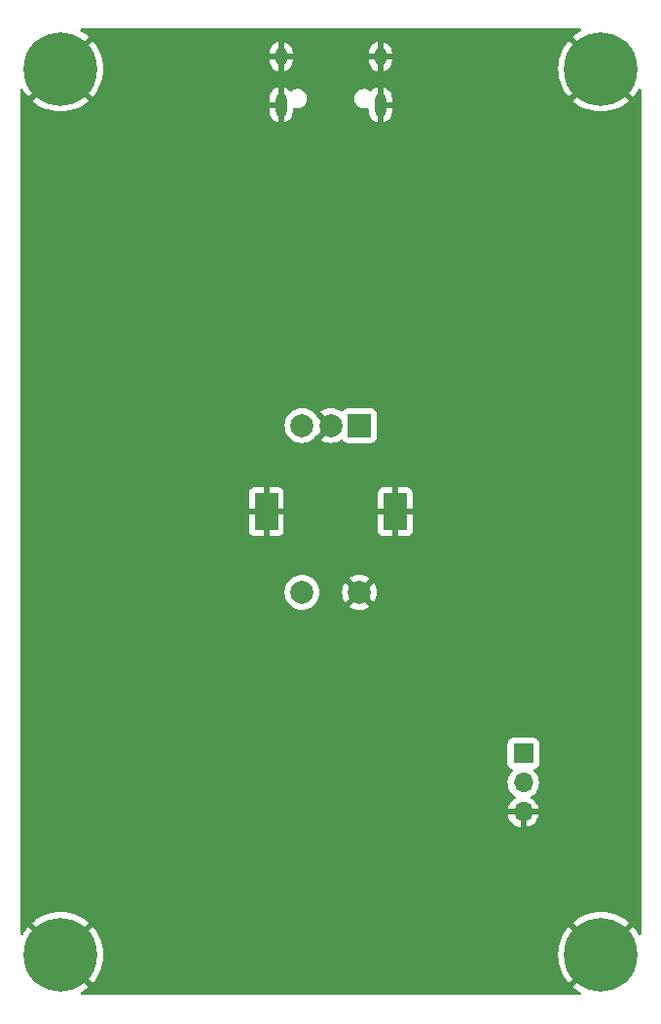
<source format=gbl>
%TF.GenerationSoftware,KiCad,Pcbnew,(6.0.5)*%
%TF.CreationDate,2024-07-06T21:19:43+02:00*%
%TF.ProjectId,USB_Knob,5553425f-4b6e-46f6-922e-6b696361645f,rev?*%
%TF.SameCoordinates,Original*%
%TF.FileFunction,Copper,L2,Bot*%
%TF.FilePolarity,Positive*%
%FSLAX46Y46*%
G04 Gerber Fmt 4.6, Leading zero omitted, Abs format (unit mm)*
G04 Created by KiCad (PCBNEW (6.0.5)) date 2024-07-06 21:19:43*
%MOMM*%
%LPD*%
G01*
G04 APERTURE LIST*
%TA.AperFunction,ComponentPad*%
%ADD10R,1.700000X1.700000*%
%TD*%
%TA.AperFunction,ComponentPad*%
%ADD11O,1.700000X1.700000*%
%TD*%
%TA.AperFunction,ComponentPad*%
%ADD12C,6.400000*%
%TD*%
%TA.AperFunction,ComponentPad*%
%ADD13O,1.000000X2.100000*%
%TD*%
%TA.AperFunction,ComponentPad*%
%ADD14O,1.000000X1.600000*%
%TD*%
%TA.AperFunction,ComponentPad*%
%ADD15R,2.000000X2.000000*%
%TD*%
%TA.AperFunction,ComponentPad*%
%ADD16C,2.000000*%
%TD*%
%TA.AperFunction,ComponentPad*%
%ADD17R,2.000000X3.200000*%
%TD*%
%TA.AperFunction,ViaPad*%
%ADD18C,0.800000*%
%TD*%
G04 APERTURE END LIST*
D10*
%TO.P,J2,1,Pin_1*%
%TO.N,/RXD*%
X166250000Y-124500000D03*
D11*
%TO.P,J2,2,Pin_2*%
%TO.N,/TXD*%
X166250000Y-127040000D03*
%TO.P,J2,3,Pin_3*%
%TO.N,GND*%
X166250000Y-129580000D03*
%TD*%
D12*
%TO.P,H2,1,1*%
%TO.N,GND*%
X173000000Y-65000000D03*
%TD*%
%TO.P,H1,1,1*%
%TO.N,GND*%
X126000000Y-65000000D03*
%TD*%
%TO.P,H4,1,1*%
%TO.N,GND*%
X173000000Y-142000000D03*
%TD*%
D13*
%TO.P,J1,S1,SHIELD*%
%TO.N,GND*%
X153820000Y-68130000D03*
D14*
X153820000Y-63950000D03*
X145180000Y-63950000D03*
D13*
X145180000Y-68130000D03*
%TD*%
D12*
%TO.P,H3,1,1*%
%TO.N,GND*%
X126000000Y-142000000D03*
%TD*%
D15*
%TO.P,SW1,A,A*%
%TO.N,/ENC_A*%
X152000000Y-96000000D03*
D16*
%TO.P,SW1,B,B*%
%TO.N,/ENC_B*%
X147000000Y-96000000D03*
%TO.P,SW1,C,C*%
%TO.N,GND*%
X149500000Y-96000000D03*
D17*
%TO.P,SW1,MP,MP*%
X155100000Y-103500000D03*
X143900000Y-103500000D03*
D16*
%TO.P,SW1,S1,S1*%
%TO.N,/ENC_SW*%
X147000000Y-110500000D03*
%TO.P,SW1,S2,S2*%
%TO.N,GND*%
X152000000Y-110500000D03*
%TD*%
D18*
%TO.N,GND*%
X155750000Y-128250000D03*
X138750000Y-83000000D03*
X163750000Y-139250000D03*
X139750000Y-139250000D03*
X141750000Y-125250000D03*
X164500000Y-97500000D03*
X151750000Y-139250000D03*
X135500000Y-103500000D03*
X159500000Y-75000000D03*
X160250000Y-81500000D03*
X138750000Y-72250000D03*
X138250000Y-128250000D03*
X154500000Y-74250000D03*
X148500000Y-129750000D03*
X149500000Y-120000000D03*
X156000000Y-91250000D03*
X153500000Y-70750000D03*
X134500000Y-126500000D03*
X165250000Y-81750000D03*
X147750000Y-75750000D03*
X150250000Y-84750000D03*
X150750000Y-75750000D03*
%TD*%
%TA.AperFunction,Conductor*%
%TO.N,GND*%
G36*
X171228176Y-61528502D02*
G01*
X171274669Y-61582158D01*
X171284773Y-61652432D01*
X171255279Y-61717012D01*
X171217258Y-61746767D01*
X171146397Y-61782872D01*
X171140687Y-61786169D01*
X170820265Y-61994253D01*
X170814939Y-61998123D01*
X170576165Y-62191478D01*
X170567700Y-62203733D01*
X170574034Y-62214824D01*
X175784310Y-67425100D01*
X175797386Y-67432241D01*
X175807753Y-67424784D01*
X176001877Y-67185061D01*
X176005747Y-67179735D01*
X176213831Y-66859313D01*
X176217128Y-66853603D01*
X176253233Y-66782742D01*
X176301981Y-66731127D01*
X176370896Y-66714061D01*
X176438098Y-66736962D01*
X176482250Y-66792559D01*
X176491500Y-66839945D01*
X176491500Y-140160055D01*
X176471498Y-140228176D01*
X176417842Y-140274669D01*
X176347568Y-140284773D01*
X176282988Y-140255279D01*
X176253233Y-140217258D01*
X176217128Y-140146397D01*
X176213831Y-140140687D01*
X176005747Y-139820265D01*
X176001877Y-139814939D01*
X175808522Y-139576165D01*
X175796267Y-139567700D01*
X175785176Y-139574034D01*
X170574900Y-144784310D01*
X170567759Y-144797386D01*
X170575216Y-144807753D01*
X170814935Y-145001874D01*
X170820272Y-145005751D01*
X171140685Y-145213830D01*
X171146394Y-145217126D01*
X171217257Y-145253233D01*
X171268872Y-145301981D01*
X171285938Y-145370896D01*
X171263037Y-145438098D01*
X171207440Y-145482250D01*
X171160054Y-145491500D01*
X127839946Y-145491500D01*
X127771825Y-145471498D01*
X127725332Y-145417842D01*
X127715228Y-145347568D01*
X127744722Y-145282988D01*
X127782743Y-145253233D01*
X127853606Y-145217126D01*
X127859315Y-145213830D01*
X128179728Y-145005751D01*
X128185065Y-145001874D01*
X128423835Y-144808522D01*
X128432300Y-144796267D01*
X128425966Y-144785176D01*
X125641922Y-142001132D01*
X126364408Y-142001132D01*
X126364539Y-142002965D01*
X126368790Y-142009580D01*
X128784310Y-144425100D01*
X128797386Y-144432241D01*
X128807753Y-144424784D01*
X129001877Y-144185061D01*
X129005747Y-144179735D01*
X129213831Y-143859313D01*
X129217128Y-143853603D01*
X129390578Y-143513189D01*
X129393260Y-143507164D01*
X129530171Y-143150498D01*
X129532212Y-143144216D01*
X129631094Y-142775184D01*
X129632465Y-142768734D01*
X129692234Y-142391371D01*
X129692920Y-142384833D01*
X129712916Y-142003301D01*
X169287084Y-142003301D01*
X169307080Y-142384833D01*
X169307766Y-142391371D01*
X169367535Y-142768734D01*
X169368906Y-142775184D01*
X169467788Y-143144216D01*
X169469829Y-143150498D01*
X169606740Y-143507164D01*
X169609422Y-143513189D01*
X169782872Y-143853603D01*
X169786169Y-143859313D01*
X169994253Y-144179735D01*
X169998123Y-144185061D01*
X170191478Y-144423835D01*
X170203733Y-144432300D01*
X170214824Y-144425966D01*
X172627978Y-142012812D01*
X172635592Y-141998868D01*
X172635461Y-141997035D01*
X172631210Y-141990420D01*
X170215690Y-139574900D01*
X170202614Y-139567759D01*
X170192247Y-139575216D01*
X169998123Y-139814939D01*
X169994253Y-139820265D01*
X169786169Y-140140687D01*
X169782872Y-140146397D01*
X169609422Y-140486811D01*
X169606740Y-140492836D01*
X169469829Y-140849502D01*
X169467788Y-140855784D01*
X169368906Y-141224816D01*
X169367535Y-141231266D01*
X169307766Y-141608629D01*
X169307080Y-141615167D01*
X169287084Y-141996699D01*
X169287084Y-142003301D01*
X129712916Y-142003301D01*
X129712916Y-141996699D01*
X129692920Y-141615167D01*
X129692234Y-141608629D01*
X129632465Y-141231266D01*
X129631094Y-141224816D01*
X129532212Y-140855784D01*
X129530171Y-140849502D01*
X129393260Y-140492836D01*
X129390578Y-140486811D01*
X129217128Y-140146397D01*
X129213831Y-140140687D01*
X129005747Y-139820265D01*
X129001877Y-139814939D01*
X128808522Y-139576165D01*
X128796267Y-139567700D01*
X128785176Y-139574034D01*
X126372022Y-141987188D01*
X126364408Y-142001132D01*
X125641922Y-142001132D01*
X123215690Y-139574900D01*
X123202614Y-139567759D01*
X123192247Y-139575216D01*
X122998123Y-139814939D01*
X122994253Y-139820265D01*
X122786169Y-140140687D01*
X122782872Y-140146397D01*
X122746767Y-140217258D01*
X122698019Y-140268873D01*
X122629104Y-140285939D01*
X122561902Y-140263038D01*
X122517750Y-140207441D01*
X122508500Y-140160055D01*
X122508500Y-139203733D01*
X123567700Y-139203733D01*
X123574034Y-139214824D01*
X125987188Y-141627978D01*
X126001132Y-141635592D01*
X126002965Y-141635461D01*
X126009580Y-141631210D01*
X128425100Y-139215690D01*
X128431630Y-139203733D01*
X170567700Y-139203733D01*
X170574034Y-139214824D01*
X172987188Y-141627978D01*
X173001132Y-141635592D01*
X173002965Y-141635461D01*
X173009580Y-141631210D01*
X175425100Y-139215690D01*
X175432241Y-139202614D01*
X175424784Y-139192247D01*
X175185065Y-138998126D01*
X175179728Y-138994249D01*
X174859315Y-138786170D01*
X174853606Y-138782873D01*
X174513189Y-138609422D01*
X174507164Y-138606740D01*
X174150498Y-138469829D01*
X174144216Y-138467788D01*
X173775184Y-138368906D01*
X173768734Y-138367535D01*
X173391371Y-138307766D01*
X173384833Y-138307080D01*
X173003301Y-138287084D01*
X172996699Y-138287084D01*
X172615167Y-138307080D01*
X172608629Y-138307766D01*
X172231266Y-138367535D01*
X172224816Y-138368906D01*
X171855784Y-138467788D01*
X171849502Y-138469829D01*
X171492836Y-138606740D01*
X171486811Y-138609422D01*
X171146397Y-138782872D01*
X171140687Y-138786169D01*
X170820265Y-138994253D01*
X170814939Y-138998123D01*
X170576165Y-139191478D01*
X170567700Y-139203733D01*
X128431630Y-139203733D01*
X128432241Y-139202614D01*
X128424784Y-139192247D01*
X128185065Y-138998126D01*
X128179728Y-138994249D01*
X127859315Y-138786170D01*
X127853606Y-138782873D01*
X127513189Y-138609422D01*
X127507164Y-138606740D01*
X127150498Y-138469829D01*
X127144216Y-138467788D01*
X126775184Y-138368906D01*
X126768734Y-138367535D01*
X126391371Y-138307766D01*
X126384833Y-138307080D01*
X126003301Y-138287084D01*
X125996699Y-138287084D01*
X125615167Y-138307080D01*
X125608629Y-138307766D01*
X125231266Y-138367535D01*
X125224816Y-138368906D01*
X124855784Y-138467788D01*
X124849502Y-138469829D01*
X124492836Y-138606740D01*
X124486811Y-138609422D01*
X124146397Y-138782872D01*
X124140687Y-138786169D01*
X123820265Y-138994253D01*
X123814939Y-138998123D01*
X123576165Y-139191478D01*
X123567700Y-139203733D01*
X122508500Y-139203733D01*
X122508500Y-129847966D01*
X164918257Y-129847966D01*
X164948565Y-129982446D01*
X164951645Y-129992275D01*
X165031770Y-130189603D01*
X165036413Y-130198794D01*
X165147694Y-130380388D01*
X165153777Y-130388699D01*
X165293213Y-130549667D01*
X165300580Y-130556883D01*
X165464434Y-130692916D01*
X165472881Y-130698831D01*
X165656756Y-130806279D01*
X165666042Y-130810729D01*
X165865001Y-130886703D01*
X165874899Y-130889579D01*
X165978250Y-130910606D01*
X165992299Y-130909410D01*
X165996000Y-130899065D01*
X165996000Y-130898517D01*
X166504000Y-130898517D01*
X166508064Y-130912359D01*
X166521478Y-130914393D01*
X166528184Y-130913534D01*
X166538262Y-130911392D01*
X166742255Y-130850191D01*
X166751842Y-130846433D01*
X166943095Y-130752739D01*
X166951945Y-130747464D01*
X167125328Y-130623792D01*
X167133200Y-130617139D01*
X167284052Y-130466812D01*
X167290730Y-130458965D01*
X167415003Y-130286020D01*
X167420313Y-130277183D01*
X167514670Y-130086267D01*
X167518469Y-130076672D01*
X167580377Y-129872910D01*
X167582555Y-129862837D01*
X167583986Y-129851962D01*
X167581775Y-129837778D01*
X167568617Y-129834000D01*
X166522115Y-129834000D01*
X166506876Y-129838475D01*
X166505671Y-129839865D01*
X166504000Y-129847548D01*
X166504000Y-130898517D01*
X165996000Y-130898517D01*
X165996000Y-129852115D01*
X165991525Y-129836876D01*
X165990135Y-129835671D01*
X165982452Y-129834000D01*
X164933225Y-129834000D01*
X164919694Y-129837973D01*
X164918257Y-129847966D01*
X122508500Y-129847966D01*
X122508500Y-127006695D01*
X164887251Y-127006695D01*
X164887548Y-127011848D01*
X164887548Y-127011851D01*
X164893011Y-127106590D01*
X164900110Y-127229715D01*
X164901247Y-127234761D01*
X164901248Y-127234767D01*
X164921119Y-127322939D01*
X164949222Y-127447639D01*
X165033266Y-127654616D01*
X165149987Y-127845088D01*
X165296250Y-128013938D01*
X165468126Y-128156632D01*
X165541955Y-128199774D01*
X165590679Y-128251412D01*
X165603750Y-128321195D01*
X165577019Y-128386967D01*
X165536562Y-128420327D01*
X165528457Y-128424546D01*
X165519738Y-128430036D01*
X165349433Y-128557905D01*
X165341726Y-128564748D01*
X165194590Y-128718717D01*
X165188104Y-128726727D01*
X165068098Y-128902649D01*
X165063000Y-128911623D01*
X164973338Y-129104783D01*
X164969775Y-129114470D01*
X164914389Y-129314183D01*
X164915912Y-129322607D01*
X164928292Y-129326000D01*
X167568344Y-129326000D01*
X167581875Y-129322027D01*
X167583180Y-129312947D01*
X167541214Y-129145875D01*
X167537894Y-129136124D01*
X167452972Y-128940814D01*
X167448105Y-128931739D01*
X167332426Y-128752926D01*
X167326136Y-128744757D01*
X167182806Y-128587240D01*
X167175273Y-128580215D01*
X167008139Y-128448222D01*
X166999556Y-128442520D01*
X166962602Y-128422120D01*
X166912631Y-128371687D01*
X166897859Y-128302245D01*
X166922975Y-128235839D01*
X166950327Y-128209232D01*
X166973797Y-128192491D01*
X167129860Y-128081173D01*
X167288096Y-127923489D01*
X167347594Y-127840689D01*
X167415435Y-127746277D01*
X167418453Y-127742077D01*
X167517430Y-127541811D01*
X167582370Y-127328069D01*
X167611529Y-127106590D01*
X167613156Y-127040000D01*
X167594852Y-126817361D01*
X167540431Y-126600702D01*
X167451354Y-126395840D01*
X167330014Y-126208277D01*
X167326532Y-126204450D01*
X167182798Y-126046488D01*
X167151746Y-125982642D01*
X167160141Y-125912143D01*
X167205317Y-125857375D01*
X167231761Y-125843706D01*
X167338297Y-125803767D01*
X167346705Y-125800615D01*
X167463261Y-125713261D01*
X167550615Y-125596705D01*
X167601745Y-125460316D01*
X167608500Y-125398134D01*
X167608500Y-123601866D01*
X167601745Y-123539684D01*
X167550615Y-123403295D01*
X167463261Y-123286739D01*
X167346705Y-123199385D01*
X167210316Y-123148255D01*
X167148134Y-123141500D01*
X165351866Y-123141500D01*
X165289684Y-123148255D01*
X165153295Y-123199385D01*
X165036739Y-123286739D01*
X164949385Y-123403295D01*
X164898255Y-123539684D01*
X164891500Y-123601866D01*
X164891500Y-125398134D01*
X164898255Y-125460316D01*
X164949385Y-125596705D01*
X165036739Y-125713261D01*
X165153295Y-125800615D01*
X165161704Y-125803767D01*
X165161705Y-125803768D01*
X165270451Y-125844535D01*
X165327216Y-125887176D01*
X165351916Y-125953738D01*
X165336709Y-126023087D01*
X165317316Y-126049568D01*
X165190629Y-126182138D01*
X165064743Y-126366680D01*
X164970688Y-126569305D01*
X164910989Y-126784570D01*
X164887251Y-127006695D01*
X122508500Y-127006695D01*
X122508500Y-110500000D01*
X145486835Y-110500000D01*
X145505465Y-110736711D01*
X145560895Y-110967594D01*
X145562788Y-110972165D01*
X145562789Y-110972167D01*
X145649772Y-111182163D01*
X145651760Y-111186963D01*
X145654346Y-111191183D01*
X145773241Y-111385202D01*
X145773245Y-111385208D01*
X145775824Y-111389416D01*
X145930031Y-111569969D01*
X146110584Y-111724176D01*
X146114792Y-111726755D01*
X146114798Y-111726759D01*
X146308084Y-111845205D01*
X146313037Y-111848240D01*
X146317607Y-111850133D01*
X146317611Y-111850135D01*
X146527833Y-111937211D01*
X146532406Y-111939105D01*
X146612609Y-111958360D01*
X146758476Y-111993380D01*
X146758482Y-111993381D01*
X146763289Y-111994535D01*
X147000000Y-112013165D01*
X147236711Y-111994535D01*
X147241518Y-111993381D01*
X147241524Y-111993380D01*
X147387391Y-111958360D01*
X147467594Y-111939105D01*
X147472167Y-111937211D01*
X147682389Y-111850135D01*
X147682393Y-111850133D01*
X147686963Y-111848240D01*
X147691916Y-111845205D01*
X147875556Y-111732670D01*
X151132160Y-111732670D01*
X151137887Y-111740320D01*
X151309042Y-111845205D01*
X151317837Y-111849687D01*
X151527988Y-111936734D01*
X151537373Y-111939783D01*
X151758554Y-111992885D01*
X151768301Y-111994428D01*
X151995070Y-112012275D01*
X152004930Y-112012275D01*
X152231699Y-111994428D01*
X152241446Y-111992885D01*
X152462627Y-111939783D01*
X152472012Y-111936734D01*
X152682163Y-111849687D01*
X152690958Y-111845205D01*
X152858445Y-111742568D01*
X152867907Y-111732110D01*
X152864124Y-111723334D01*
X152012812Y-110872022D01*
X151998868Y-110864408D01*
X151997035Y-110864539D01*
X151990420Y-110868790D01*
X151138920Y-111720290D01*
X151132160Y-111732670D01*
X147875556Y-111732670D01*
X147885202Y-111726759D01*
X147885208Y-111726755D01*
X147889416Y-111724176D01*
X148069969Y-111569969D01*
X148224176Y-111389416D01*
X148226755Y-111385208D01*
X148226759Y-111385202D01*
X148345654Y-111191183D01*
X148348240Y-111186963D01*
X148350229Y-111182163D01*
X148437211Y-110972167D01*
X148437212Y-110972165D01*
X148439105Y-110967594D01*
X148494535Y-110736711D01*
X148512777Y-110504930D01*
X150487725Y-110504930D01*
X150505572Y-110731699D01*
X150507115Y-110741446D01*
X150560217Y-110962627D01*
X150563266Y-110972012D01*
X150650313Y-111182163D01*
X150654795Y-111190958D01*
X150757432Y-111358445D01*
X150767890Y-111367907D01*
X150776666Y-111364124D01*
X151627978Y-110512812D01*
X151634356Y-110501132D01*
X152364408Y-110501132D01*
X152364539Y-110502965D01*
X152368790Y-110509580D01*
X153220290Y-111361080D01*
X153232670Y-111367840D01*
X153240320Y-111362113D01*
X153345205Y-111190958D01*
X153349687Y-111182163D01*
X153436734Y-110972012D01*
X153439783Y-110962627D01*
X153492885Y-110741446D01*
X153494428Y-110731699D01*
X153512275Y-110504930D01*
X153512275Y-110495070D01*
X153494428Y-110268301D01*
X153492885Y-110258554D01*
X153439783Y-110037373D01*
X153436734Y-110027988D01*
X153349687Y-109817837D01*
X153345205Y-109809042D01*
X153242568Y-109641555D01*
X153232110Y-109632093D01*
X153223334Y-109635876D01*
X152372022Y-110487188D01*
X152364408Y-110501132D01*
X151634356Y-110501132D01*
X151635592Y-110498868D01*
X151635461Y-110497035D01*
X151631210Y-110490420D01*
X150779710Y-109638920D01*
X150767330Y-109632160D01*
X150759680Y-109637887D01*
X150654795Y-109809042D01*
X150650313Y-109817837D01*
X150563266Y-110027988D01*
X150560217Y-110037373D01*
X150507115Y-110258554D01*
X150505572Y-110268301D01*
X150487725Y-110495070D01*
X150487725Y-110504930D01*
X148512777Y-110504930D01*
X148513165Y-110500000D01*
X148494535Y-110263289D01*
X148439105Y-110032406D01*
X148437211Y-110027833D01*
X148350135Y-109817611D01*
X148350133Y-109817607D01*
X148348240Y-109813037D01*
X148345654Y-109808817D01*
X148226759Y-109614798D01*
X148226755Y-109614792D01*
X148224176Y-109610584D01*
X148069969Y-109430031D01*
X147889416Y-109275824D01*
X147885208Y-109273245D01*
X147885202Y-109273241D01*
X147876470Y-109267890D01*
X151132093Y-109267890D01*
X151135876Y-109276666D01*
X151987188Y-110127978D01*
X152001132Y-110135592D01*
X152002965Y-110135461D01*
X152009580Y-110131210D01*
X152861080Y-109279710D01*
X152867840Y-109267330D01*
X152862113Y-109259680D01*
X152690958Y-109154795D01*
X152682163Y-109150313D01*
X152472012Y-109063266D01*
X152462627Y-109060217D01*
X152241446Y-109007115D01*
X152231699Y-109005572D01*
X152004930Y-108987725D01*
X151995070Y-108987725D01*
X151768301Y-109005572D01*
X151758554Y-109007115D01*
X151537373Y-109060217D01*
X151527988Y-109063266D01*
X151317837Y-109150313D01*
X151309042Y-109154795D01*
X151141555Y-109257432D01*
X151132093Y-109267890D01*
X147876470Y-109267890D01*
X147691183Y-109154346D01*
X147686963Y-109151760D01*
X147682393Y-109149867D01*
X147682389Y-109149865D01*
X147472167Y-109062789D01*
X147472165Y-109062788D01*
X147467594Y-109060895D01*
X147387391Y-109041640D01*
X147241524Y-109006620D01*
X147241518Y-109006619D01*
X147236711Y-109005465D01*
X147000000Y-108986835D01*
X146763289Y-109005465D01*
X146758482Y-109006619D01*
X146758476Y-109006620D01*
X146612609Y-109041640D01*
X146532406Y-109060895D01*
X146527835Y-109062788D01*
X146527833Y-109062789D01*
X146317611Y-109149865D01*
X146317607Y-109149867D01*
X146313037Y-109151760D01*
X146308817Y-109154346D01*
X146114798Y-109273241D01*
X146114792Y-109273245D01*
X146110584Y-109275824D01*
X145930031Y-109430031D01*
X145775824Y-109610584D01*
X145773245Y-109614792D01*
X145773241Y-109614798D01*
X145654346Y-109808817D01*
X145651760Y-109813037D01*
X145649867Y-109817607D01*
X145649865Y-109817611D01*
X145562789Y-110027833D01*
X145560895Y-110032406D01*
X145505465Y-110263289D01*
X145486835Y-110500000D01*
X122508500Y-110500000D01*
X122508500Y-105144669D01*
X142392001Y-105144669D01*
X142392371Y-105151490D01*
X142397895Y-105202352D01*
X142401521Y-105217604D01*
X142446676Y-105338054D01*
X142455214Y-105353649D01*
X142531715Y-105455724D01*
X142544276Y-105468285D01*
X142646351Y-105544786D01*
X142661946Y-105553324D01*
X142782394Y-105598478D01*
X142797649Y-105602105D01*
X142848514Y-105607631D01*
X142855328Y-105608000D01*
X143627885Y-105608000D01*
X143643124Y-105603525D01*
X143644329Y-105602135D01*
X143646000Y-105594452D01*
X143646000Y-105589884D01*
X144154000Y-105589884D01*
X144158475Y-105605123D01*
X144159865Y-105606328D01*
X144167548Y-105607999D01*
X144944669Y-105607999D01*
X144951490Y-105607629D01*
X145002352Y-105602105D01*
X145017604Y-105598479D01*
X145138054Y-105553324D01*
X145153649Y-105544786D01*
X145255724Y-105468285D01*
X145268285Y-105455724D01*
X145344786Y-105353649D01*
X145353324Y-105338054D01*
X145398478Y-105217606D01*
X145402105Y-105202351D01*
X145407631Y-105151486D01*
X145408000Y-105144672D01*
X145408000Y-105144669D01*
X153592001Y-105144669D01*
X153592371Y-105151490D01*
X153597895Y-105202352D01*
X153601521Y-105217604D01*
X153646676Y-105338054D01*
X153655214Y-105353649D01*
X153731715Y-105455724D01*
X153744276Y-105468285D01*
X153846351Y-105544786D01*
X153861946Y-105553324D01*
X153982394Y-105598478D01*
X153997649Y-105602105D01*
X154048514Y-105607631D01*
X154055328Y-105608000D01*
X154827885Y-105608000D01*
X154843124Y-105603525D01*
X154844329Y-105602135D01*
X154846000Y-105594452D01*
X154846000Y-105589884D01*
X155354000Y-105589884D01*
X155358475Y-105605123D01*
X155359865Y-105606328D01*
X155367548Y-105607999D01*
X156144669Y-105607999D01*
X156151490Y-105607629D01*
X156202352Y-105602105D01*
X156217604Y-105598479D01*
X156338054Y-105553324D01*
X156353649Y-105544786D01*
X156455724Y-105468285D01*
X156468285Y-105455724D01*
X156544786Y-105353649D01*
X156553324Y-105338054D01*
X156598478Y-105217606D01*
X156602105Y-105202351D01*
X156607631Y-105151486D01*
X156608000Y-105144672D01*
X156608000Y-103772115D01*
X156603525Y-103756876D01*
X156602135Y-103755671D01*
X156594452Y-103754000D01*
X155372115Y-103754000D01*
X155356876Y-103758475D01*
X155355671Y-103759865D01*
X155354000Y-103767548D01*
X155354000Y-105589884D01*
X154846000Y-105589884D01*
X154846000Y-103772115D01*
X154841525Y-103756876D01*
X154840135Y-103755671D01*
X154832452Y-103754000D01*
X153610116Y-103754000D01*
X153594877Y-103758475D01*
X153593672Y-103759865D01*
X153592001Y-103767548D01*
X153592001Y-105144669D01*
X145408000Y-105144669D01*
X145408000Y-103772115D01*
X145403525Y-103756876D01*
X145402135Y-103755671D01*
X145394452Y-103754000D01*
X144172115Y-103754000D01*
X144156876Y-103758475D01*
X144155671Y-103759865D01*
X144154000Y-103767548D01*
X144154000Y-105589884D01*
X143646000Y-105589884D01*
X143646000Y-103772115D01*
X143641525Y-103756876D01*
X143640135Y-103755671D01*
X143632452Y-103754000D01*
X142410116Y-103754000D01*
X142394877Y-103758475D01*
X142393672Y-103759865D01*
X142392001Y-103767548D01*
X142392001Y-105144669D01*
X122508500Y-105144669D01*
X122508500Y-103227885D01*
X142392000Y-103227885D01*
X142396475Y-103243124D01*
X142397865Y-103244329D01*
X142405548Y-103246000D01*
X143627885Y-103246000D01*
X143643124Y-103241525D01*
X143644329Y-103240135D01*
X143646000Y-103232452D01*
X143646000Y-103227885D01*
X144154000Y-103227885D01*
X144158475Y-103243124D01*
X144159865Y-103244329D01*
X144167548Y-103246000D01*
X145389884Y-103246000D01*
X145405123Y-103241525D01*
X145406328Y-103240135D01*
X145407999Y-103232452D01*
X145407999Y-103227885D01*
X153592000Y-103227885D01*
X153596475Y-103243124D01*
X153597865Y-103244329D01*
X153605548Y-103246000D01*
X154827885Y-103246000D01*
X154843124Y-103241525D01*
X154844329Y-103240135D01*
X154846000Y-103232452D01*
X154846000Y-103227885D01*
X155354000Y-103227885D01*
X155358475Y-103243124D01*
X155359865Y-103244329D01*
X155367548Y-103246000D01*
X156589884Y-103246000D01*
X156605123Y-103241525D01*
X156606328Y-103240135D01*
X156607999Y-103232452D01*
X156607999Y-101855331D01*
X156607629Y-101848510D01*
X156602105Y-101797648D01*
X156598479Y-101782396D01*
X156553324Y-101661946D01*
X156544786Y-101646351D01*
X156468285Y-101544276D01*
X156455724Y-101531715D01*
X156353649Y-101455214D01*
X156338054Y-101446676D01*
X156217606Y-101401522D01*
X156202351Y-101397895D01*
X156151486Y-101392369D01*
X156144672Y-101392000D01*
X155372115Y-101392000D01*
X155356876Y-101396475D01*
X155355671Y-101397865D01*
X155354000Y-101405548D01*
X155354000Y-103227885D01*
X154846000Y-103227885D01*
X154846000Y-101410116D01*
X154841525Y-101394877D01*
X154840135Y-101393672D01*
X154832452Y-101392001D01*
X154055331Y-101392001D01*
X154048510Y-101392371D01*
X153997648Y-101397895D01*
X153982396Y-101401521D01*
X153861946Y-101446676D01*
X153846351Y-101455214D01*
X153744276Y-101531715D01*
X153731715Y-101544276D01*
X153655214Y-101646351D01*
X153646676Y-101661946D01*
X153601522Y-101782394D01*
X153597895Y-101797649D01*
X153592369Y-101848514D01*
X153592000Y-101855328D01*
X153592000Y-103227885D01*
X145407999Y-103227885D01*
X145407999Y-101855331D01*
X145407629Y-101848510D01*
X145402105Y-101797648D01*
X145398479Y-101782396D01*
X145353324Y-101661946D01*
X145344786Y-101646351D01*
X145268285Y-101544276D01*
X145255724Y-101531715D01*
X145153649Y-101455214D01*
X145138054Y-101446676D01*
X145017606Y-101401522D01*
X145002351Y-101397895D01*
X144951486Y-101392369D01*
X144944672Y-101392000D01*
X144172115Y-101392000D01*
X144156876Y-101396475D01*
X144155671Y-101397865D01*
X144154000Y-101405548D01*
X144154000Y-103227885D01*
X143646000Y-103227885D01*
X143646000Y-101410116D01*
X143641525Y-101394877D01*
X143640135Y-101393672D01*
X143632452Y-101392001D01*
X142855331Y-101392001D01*
X142848510Y-101392371D01*
X142797648Y-101397895D01*
X142782396Y-101401521D01*
X142661946Y-101446676D01*
X142646351Y-101455214D01*
X142544276Y-101531715D01*
X142531715Y-101544276D01*
X142455214Y-101646351D01*
X142446676Y-101661946D01*
X142401522Y-101782394D01*
X142397895Y-101797649D01*
X142392369Y-101848514D01*
X142392000Y-101855328D01*
X142392000Y-103227885D01*
X122508500Y-103227885D01*
X122508500Y-96000000D01*
X145486835Y-96000000D01*
X145505465Y-96236711D01*
X145560895Y-96467594D01*
X145651760Y-96686963D01*
X145654346Y-96691183D01*
X145773241Y-96885202D01*
X145773245Y-96885208D01*
X145775824Y-96889416D01*
X145930031Y-97069969D01*
X146110584Y-97224176D01*
X146114792Y-97226755D01*
X146114798Y-97226759D01*
X146308084Y-97345205D01*
X146313037Y-97348240D01*
X146317607Y-97350133D01*
X146317611Y-97350135D01*
X146527833Y-97437211D01*
X146532406Y-97439105D01*
X146580349Y-97450615D01*
X146758476Y-97493380D01*
X146758482Y-97493381D01*
X146763289Y-97494535D01*
X147000000Y-97513165D01*
X147236711Y-97494535D01*
X147241518Y-97493381D01*
X147241524Y-97493380D01*
X147419651Y-97450615D01*
X147467594Y-97439105D01*
X147472167Y-97437211D01*
X147682389Y-97350135D01*
X147682393Y-97350133D01*
X147686963Y-97348240D01*
X147691916Y-97345205D01*
X147885202Y-97226759D01*
X147885208Y-97226755D01*
X147889416Y-97224176D01*
X148069969Y-97069969D01*
X148208753Y-96907474D01*
X148254686Y-96873598D01*
X148276668Y-96864122D01*
X149127978Y-96012812D01*
X149135592Y-95998868D01*
X149135461Y-95997035D01*
X149131210Y-95990420D01*
X148279710Y-95138920D01*
X148241352Y-95117974D01*
X148205928Y-95089218D01*
X148073177Y-94933787D01*
X148069969Y-94930031D01*
X147889416Y-94775824D01*
X147885208Y-94773245D01*
X147885202Y-94773241D01*
X147876470Y-94767890D01*
X148632093Y-94767890D01*
X148635876Y-94776666D01*
X149770115Y-95910905D01*
X149804141Y-95973217D01*
X149799076Y-96044032D01*
X149770115Y-96089095D01*
X148638920Y-97220290D01*
X148632160Y-97232670D01*
X148637887Y-97240320D01*
X148809042Y-97345205D01*
X148817837Y-97349687D01*
X149027988Y-97436734D01*
X149037373Y-97439783D01*
X149258554Y-97492885D01*
X149268301Y-97494428D01*
X149495070Y-97512275D01*
X149504930Y-97512275D01*
X149731699Y-97494428D01*
X149741446Y-97492885D01*
X149962627Y-97439783D01*
X149972012Y-97436734D01*
X150182163Y-97349687D01*
X150190958Y-97345205D01*
X150389121Y-97223770D01*
X150390396Y-97225851D01*
X150447739Y-97205280D01*
X150516918Y-97221242D01*
X150555974Y-97255497D01*
X150631357Y-97356080D01*
X150636739Y-97363261D01*
X150753295Y-97450615D01*
X150889684Y-97501745D01*
X150951866Y-97508500D01*
X153048134Y-97508500D01*
X153110316Y-97501745D01*
X153246705Y-97450615D01*
X153363261Y-97363261D01*
X153450615Y-97246705D01*
X153501745Y-97110316D01*
X153508500Y-97048134D01*
X153508500Y-94951866D01*
X153501745Y-94889684D01*
X153450615Y-94753295D01*
X153363261Y-94636739D01*
X153246705Y-94549385D01*
X153110316Y-94498255D01*
X153048134Y-94491500D01*
X150951866Y-94491500D01*
X150889684Y-94498255D01*
X150753295Y-94549385D01*
X150636739Y-94636739D01*
X150631358Y-94643919D01*
X150631357Y-94643920D01*
X150555974Y-94744503D01*
X150499115Y-94787018D01*
X150428296Y-94792044D01*
X150389983Y-94774824D01*
X150389121Y-94776230D01*
X150190958Y-94654795D01*
X150182163Y-94650313D01*
X149972012Y-94563266D01*
X149962627Y-94560217D01*
X149741446Y-94507115D01*
X149731699Y-94505572D01*
X149504930Y-94487725D01*
X149495070Y-94487725D01*
X149268301Y-94505572D01*
X149258554Y-94507115D01*
X149037373Y-94560217D01*
X149027988Y-94563266D01*
X148817837Y-94650313D01*
X148809042Y-94654795D01*
X148641555Y-94757432D01*
X148632093Y-94767890D01*
X147876470Y-94767890D01*
X147691183Y-94654346D01*
X147686963Y-94651760D01*
X147682393Y-94649867D01*
X147682389Y-94649865D01*
X147472167Y-94562789D01*
X147472165Y-94562788D01*
X147467594Y-94560895D01*
X147387391Y-94541640D01*
X147241524Y-94506620D01*
X147241518Y-94506619D01*
X147236711Y-94505465D01*
X147000000Y-94486835D01*
X146763289Y-94505465D01*
X146758482Y-94506619D01*
X146758476Y-94506620D01*
X146612609Y-94541640D01*
X146532406Y-94560895D01*
X146527835Y-94562788D01*
X146527833Y-94562789D01*
X146317611Y-94649865D01*
X146317607Y-94649867D01*
X146313037Y-94651760D01*
X146308817Y-94654346D01*
X146114798Y-94773241D01*
X146114792Y-94773245D01*
X146110584Y-94775824D01*
X145930031Y-94930031D01*
X145775824Y-95110584D01*
X145773245Y-95114792D01*
X145773241Y-95114798D01*
X145654346Y-95308817D01*
X145651760Y-95313037D01*
X145560895Y-95532406D01*
X145505465Y-95763289D01*
X145486835Y-96000000D01*
X122508500Y-96000000D01*
X122508500Y-68726657D01*
X144172000Y-68726657D01*
X144172301Y-68732805D01*
X144185812Y-68870603D01*
X144188195Y-68882638D01*
X144241767Y-69060076D01*
X144246441Y-69071416D01*
X144333460Y-69235077D01*
X144340249Y-69245294D01*
X144457397Y-69388933D01*
X144466041Y-69397637D01*
X144608856Y-69515784D01*
X144619027Y-69522644D01*
X144782076Y-69610804D01*
X144793381Y-69615556D01*
X144908692Y-69651250D01*
X144922795Y-69651456D01*
X144926000Y-69644701D01*
X144926000Y-69637924D01*
X145434000Y-69637924D01*
X145437973Y-69651455D01*
X145445768Y-69652575D01*
X145553521Y-69620862D01*
X145564889Y-69616269D01*
X145729154Y-69530393D01*
X145739415Y-69523679D01*
X145883873Y-69407532D01*
X145892632Y-69398954D01*
X146011778Y-69256961D01*
X146018708Y-69246841D01*
X146108002Y-69084415D01*
X146112834Y-69073142D01*
X146168880Y-68896462D01*
X146171430Y-68884468D01*
X146187607Y-68740239D01*
X146188000Y-68733215D01*
X146188000Y-68517026D01*
X146208002Y-68448905D01*
X146261658Y-68402412D01*
X146331932Y-68392308D01*
X146341486Y-68394061D01*
X146511494Y-68432062D01*
X146511501Y-68432063D01*
X146516543Y-68433190D01*
X146522088Y-68433500D01*
X146655244Y-68433500D01*
X146790037Y-68418857D01*
X146908190Y-68379094D01*
X146955204Y-68363272D01*
X146955206Y-68363271D01*
X146961675Y-68361094D01*
X147116905Y-68267823D01*
X147121862Y-68263135D01*
X147121865Y-68263133D01*
X147243527Y-68148082D01*
X147243529Y-68148080D01*
X147248485Y-68143393D01*
X147252317Y-68137755D01*
X147252320Y-68137751D01*
X147346442Y-67999255D01*
X147350277Y-67993612D01*
X147417530Y-67825466D01*
X147418644Y-67818738D01*
X147418645Y-67818734D01*
X147445993Y-67653539D01*
X147445993Y-67653536D01*
X147447108Y-67646802D01*
X147442203Y-67553198D01*
X151552892Y-67553198D01*
X151553249Y-67560015D01*
X151553249Y-67560019D01*
X151558151Y-67653539D01*
X151562370Y-67734047D01*
X151564181Y-67740620D01*
X151564181Y-67740623D01*
X151597738Y-67862452D01*
X151610461Y-67908641D01*
X151694922Y-68068836D01*
X151699327Y-68074049D01*
X151699330Y-68074053D01*
X151807406Y-68201943D01*
X151807410Y-68201947D01*
X151811813Y-68207157D01*
X151817237Y-68211304D01*
X151817238Y-68211305D01*
X151950257Y-68313006D01*
X151950261Y-68313009D01*
X151955678Y-68317150D01*
X152042372Y-68357576D01*
X152113631Y-68390805D01*
X152113634Y-68390806D01*
X152119808Y-68393685D01*
X152126456Y-68395171D01*
X152126459Y-68395172D01*
X152222686Y-68416681D01*
X152296543Y-68433190D01*
X152302088Y-68433500D01*
X152435244Y-68433500D01*
X152570037Y-68418857D01*
X152576501Y-68416682D01*
X152576504Y-68416681D01*
X152643716Y-68394061D01*
X152645811Y-68393356D01*
X152716753Y-68390586D01*
X152777932Y-68426609D01*
X152809923Y-68489990D01*
X152812000Y-68512775D01*
X152812000Y-68726657D01*
X152812301Y-68732805D01*
X152825812Y-68870603D01*
X152828195Y-68882638D01*
X152881767Y-69060076D01*
X152886441Y-69071416D01*
X152973460Y-69235077D01*
X152980249Y-69245294D01*
X153097397Y-69388933D01*
X153106041Y-69397637D01*
X153248856Y-69515784D01*
X153259027Y-69522644D01*
X153422076Y-69610804D01*
X153433381Y-69615556D01*
X153548692Y-69651250D01*
X153562795Y-69651456D01*
X153566000Y-69644701D01*
X153566000Y-69637924D01*
X154074000Y-69637924D01*
X154077973Y-69651455D01*
X154085768Y-69652575D01*
X154193521Y-69620862D01*
X154204889Y-69616269D01*
X154369154Y-69530393D01*
X154379415Y-69523679D01*
X154523873Y-69407532D01*
X154532632Y-69398954D01*
X154651778Y-69256961D01*
X154658708Y-69246841D01*
X154748002Y-69084415D01*
X154752834Y-69073142D01*
X154808880Y-68896462D01*
X154811430Y-68884468D01*
X154827607Y-68740239D01*
X154828000Y-68733215D01*
X154828000Y-68402115D01*
X154823525Y-68386876D01*
X154822135Y-68385671D01*
X154814452Y-68384000D01*
X154092115Y-68384000D01*
X154076876Y-68388475D01*
X154075671Y-68389865D01*
X154074000Y-68397548D01*
X154074000Y-69637924D01*
X153566000Y-69637924D01*
X153566000Y-67857885D01*
X154074000Y-67857885D01*
X154078475Y-67873124D01*
X154079865Y-67874329D01*
X154087548Y-67876000D01*
X154809885Y-67876000D01*
X154825124Y-67871525D01*
X154826329Y-67870135D01*
X154828000Y-67862452D01*
X154828000Y-67797386D01*
X170567759Y-67797386D01*
X170575216Y-67807753D01*
X170814935Y-68001874D01*
X170820272Y-68005751D01*
X171140685Y-68213830D01*
X171146394Y-68217127D01*
X171486811Y-68390578D01*
X171492836Y-68393260D01*
X171849502Y-68530171D01*
X171855784Y-68532212D01*
X172224816Y-68631094D01*
X172231266Y-68632465D01*
X172608629Y-68692234D01*
X172615167Y-68692920D01*
X172996699Y-68712916D01*
X173003301Y-68712916D01*
X173384833Y-68692920D01*
X173391371Y-68692234D01*
X173768734Y-68632465D01*
X173775184Y-68631094D01*
X174144216Y-68532212D01*
X174150498Y-68530171D01*
X174507164Y-68393260D01*
X174513189Y-68390578D01*
X174853606Y-68217127D01*
X174859315Y-68213830D01*
X175179728Y-68005751D01*
X175185065Y-68001874D01*
X175423835Y-67808522D01*
X175432300Y-67796267D01*
X175425966Y-67785176D01*
X173012812Y-65372022D01*
X172998868Y-65364408D01*
X172997035Y-65364539D01*
X172990420Y-65368790D01*
X170574900Y-67784310D01*
X170567759Y-67797386D01*
X154828000Y-67797386D01*
X154828000Y-67533343D01*
X154827699Y-67527195D01*
X154814188Y-67389397D01*
X154811805Y-67377362D01*
X154758233Y-67199924D01*
X154753559Y-67188584D01*
X154666540Y-67024923D01*
X154659751Y-67014706D01*
X154542603Y-66871067D01*
X154533959Y-66862363D01*
X154391144Y-66744216D01*
X154380973Y-66737356D01*
X154217924Y-66649196D01*
X154206619Y-66644444D01*
X154091308Y-66608750D01*
X154077205Y-66608544D01*
X154074000Y-66615299D01*
X154074000Y-67857885D01*
X153566000Y-67857885D01*
X153566000Y-66622076D01*
X153562027Y-66608545D01*
X153554232Y-66607425D01*
X153446479Y-66639138D01*
X153435111Y-66643731D01*
X153270846Y-66729607D01*
X153260585Y-66736321D01*
X153116127Y-66852468D01*
X153107368Y-66861046D01*
X153063000Y-66913921D01*
X153003890Y-66953248D01*
X152932902Y-66954374D01*
X152889952Y-66933028D01*
X152824322Y-66882850D01*
X152719186Y-66833825D01*
X152666369Y-66809195D01*
X152666366Y-66809194D01*
X152660192Y-66806315D01*
X152653544Y-66804829D01*
X152653541Y-66804828D01*
X152488494Y-66767936D01*
X152488495Y-66767936D01*
X152483457Y-66766810D01*
X152477912Y-66766500D01*
X152344756Y-66766500D01*
X152209963Y-66781143D01*
X152126609Y-66809195D01*
X152044796Y-66836728D01*
X152044794Y-66836729D01*
X152038325Y-66838906D01*
X151883095Y-66932177D01*
X151878138Y-66936865D01*
X151878135Y-66936867D01*
X151756473Y-67051918D01*
X151751515Y-67056607D01*
X151747683Y-67062245D01*
X151747680Y-67062249D01*
X151664217Y-67185061D01*
X151649723Y-67206388D01*
X151582470Y-67374534D01*
X151581356Y-67381262D01*
X151581355Y-67381266D01*
X151556179Y-67533343D01*
X151552892Y-67553198D01*
X147442203Y-67553198D01*
X147437987Y-67472766D01*
X147437630Y-67465953D01*
X147428361Y-67432300D01*
X147391352Y-67297941D01*
X147389539Y-67291359D01*
X147305078Y-67131164D01*
X147300673Y-67125951D01*
X147300670Y-67125947D01*
X147192594Y-66998057D01*
X147192590Y-66998053D01*
X147188187Y-66992843D01*
X147182762Y-66988695D01*
X147049743Y-66886994D01*
X147049739Y-66886991D01*
X147044322Y-66882850D01*
X146939186Y-66833825D01*
X146886369Y-66809195D01*
X146886366Y-66809194D01*
X146880192Y-66806315D01*
X146873544Y-66804829D01*
X146873541Y-66804828D01*
X146708494Y-66767936D01*
X146708495Y-66767936D01*
X146703457Y-66766810D01*
X146697912Y-66766500D01*
X146564756Y-66766500D01*
X146429963Y-66781143D01*
X146346609Y-66809195D01*
X146264796Y-66836728D01*
X146264794Y-66836729D01*
X146258325Y-66838906D01*
X146106349Y-66930222D01*
X146106346Y-66930223D01*
X146103095Y-66932177D01*
X146102745Y-66931594D01*
X146041083Y-66955065D01*
X145971609Y-66940439D01*
X145933609Y-66909085D01*
X145902603Y-66871067D01*
X145893959Y-66862363D01*
X145751144Y-66744216D01*
X145740973Y-66737356D01*
X145577924Y-66649196D01*
X145566619Y-66644444D01*
X145451308Y-66608750D01*
X145437205Y-66608544D01*
X145434000Y-66615299D01*
X145434000Y-69637924D01*
X144926000Y-69637924D01*
X144926000Y-68402115D01*
X144921525Y-68386876D01*
X144920135Y-68385671D01*
X144912452Y-68384000D01*
X144190115Y-68384000D01*
X144174876Y-68388475D01*
X144173671Y-68389865D01*
X144172000Y-68397548D01*
X144172000Y-68726657D01*
X122508500Y-68726657D01*
X122508500Y-67797386D01*
X123567759Y-67797386D01*
X123575216Y-67807753D01*
X123814935Y-68001874D01*
X123820272Y-68005751D01*
X124140685Y-68213830D01*
X124146394Y-68217127D01*
X124486811Y-68390578D01*
X124492836Y-68393260D01*
X124849502Y-68530171D01*
X124855784Y-68532212D01*
X125224816Y-68631094D01*
X125231266Y-68632465D01*
X125608629Y-68692234D01*
X125615167Y-68692920D01*
X125996699Y-68712916D01*
X126003301Y-68712916D01*
X126384833Y-68692920D01*
X126391371Y-68692234D01*
X126768734Y-68632465D01*
X126775184Y-68631094D01*
X127144216Y-68532212D01*
X127150498Y-68530171D01*
X127507164Y-68393260D01*
X127513189Y-68390578D01*
X127853606Y-68217127D01*
X127859315Y-68213830D01*
X128179728Y-68005751D01*
X128185065Y-68001874D01*
X128362877Y-67857885D01*
X144172000Y-67857885D01*
X144176475Y-67873124D01*
X144177865Y-67874329D01*
X144185548Y-67876000D01*
X144907885Y-67876000D01*
X144923124Y-67871525D01*
X144924329Y-67870135D01*
X144926000Y-67862452D01*
X144926000Y-66622076D01*
X144922027Y-66608545D01*
X144914232Y-66607425D01*
X144806479Y-66639138D01*
X144795111Y-66643731D01*
X144630846Y-66729607D01*
X144620585Y-66736321D01*
X144476127Y-66852468D01*
X144467368Y-66861046D01*
X144348222Y-67003039D01*
X144341292Y-67013159D01*
X144251998Y-67175585D01*
X144247166Y-67186858D01*
X144191120Y-67363538D01*
X144188570Y-67375532D01*
X144172393Y-67519761D01*
X144172000Y-67526785D01*
X144172000Y-67857885D01*
X128362877Y-67857885D01*
X128423835Y-67808522D01*
X128432300Y-67796267D01*
X128425966Y-67785176D01*
X126012812Y-65372022D01*
X125998868Y-65364408D01*
X125997035Y-65364539D01*
X125990420Y-65368790D01*
X123574900Y-67784310D01*
X123567759Y-67797386D01*
X122508500Y-67797386D01*
X122508500Y-66839945D01*
X122528502Y-66771824D01*
X122582158Y-66725331D01*
X122652432Y-66715227D01*
X122717012Y-66744721D01*
X122746767Y-66782742D01*
X122782872Y-66853603D01*
X122786169Y-66859313D01*
X122994253Y-67179735D01*
X122998123Y-67185061D01*
X123191478Y-67423835D01*
X123203733Y-67432300D01*
X123214824Y-67425966D01*
X125639658Y-65001132D01*
X126364408Y-65001132D01*
X126364539Y-65002965D01*
X126368790Y-65009580D01*
X128784310Y-67425100D01*
X128797386Y-67432241D01*
X128807753Y-67424784D01*
X129001877Y-67185061D01*
X129005747Y-67179735D01*
X129213831Y-66859313D01*
X129217128Y-66853603D01*
X129390578Y-66513189D01*
X129393260Y-66507164D01*
X129530171Y-66150498D01*
X129532212Y-66144216D01*
X129631094Y-65775184D01*
X129632465Y-65768734D01*
X129692234Y-65391371D01*
X129692920Y-65384833D01*
X129712916Y-65003301D01*
X129712916Y-64996699D01*
X129692920Y-64615167D01*
X129692234Y-64608629D01*
X129642822Y-64296657D01*
X144172000Y-64296657D01*
X144172301Y-64302805D01*
X144185812Y-64440603D01*
X144188195Y-64452638D01*
X144241767Y-64630076D01*
X144246441Y-64641416D01*
X144333460Y-64805077D01*
X144340249Y-64815294D01*
X144457397Y-64958933D01*
X144466041Y-64967637D01*
X144608856Y-65085784D01*
X144619027Y-65092644D01*
X144782076Y-65180804D01*
X144793381Y-65185556D01*
X144908692Y-65221250D01*
X144922795Y-65221456D01*
X144926000Y-65214701D01*
X144926000Y-65207924D01*
X145434000Y-65207924D01*
X145437973Y-65221455D01*
X145445768Y-65222575D01*
X145553521Y-65190862D01*
X145564889Y-65186269D01*
X145729154Y-65100393D01*
X145739415Y-65093679D01*
X145883873Y-64977532D01*
X145892632Y-64968954D01*
X146011778Y-64826961D01*
X146018708Y-64816841D01*
X146108002Y-64654415D01*
X146112834Y-64643142D01*
X146168880Y-64466462D01*
X146171430Y-64454468D01*
X146187607Y-64310239D01*
X146188000Y-64303215D01*
X146188000Y-64296657D01*
X152812000Y-64296657D01*
X152812301Y-64302805D01*
X152825812Y-64440603D01*
X152828195Y-64452638D01*
X152881767Y-64630076D01*
X152886441Y-64641416D01*
X152973460Y-64805077D01*
X152980249Y-64815294D01*
X153097397Y-64958933D01*
X153106041Y-64967637D01*
X153248856Y-65085784D01*
X153259027Y-65092644D01*
X153422076Y-65180804D01*
X153433381Y-65185556D01*
X153548692Y-65221250D01*
X153562795Y-65221456D01*
X153566000Y-65214701D01*
X153566000Y-65207924D01*
X154074000Y-65207924D01*
X154077973Y-65221455D01*
X154085768Y-65222575D01*
X154193521Y-65190862D01*
X154204889Y-65186269D01*
X154369154Y-65100393D01*
X154379415Y-65093679D01*
X154491823Y-65003301D01*
X169287084Y-65003301D01*
X169307080Y-65384833D01*
X169307766Y-65391371D01*
X169367535Y-65768734D01*
X169368906Y-65775184D01*
X169467788Y-66144216D01*
X169469829Y-66150498D01*
X169606740Y-66507164D01*
X169609422Y-66513189D01*
X169782872Y-66853603D01*
X169786169Y-66859313D01*
X169994253Y-67179735D01*
X169998123Y-67185061D01*
X170191478Y-67423835D01*
X170203733Y-67432300D01*
X170214824Y-67425966D01*
X172627978Y-65012812D01*
X172635592Y-64998868D01*
X172635461Y-64997035D01*
X172631210Y-64990420D01*
X170215690Y-62574900D01*
X170202614Y-62567759D01*
X170192247Y-62575216D01*
X169998123Y-62814939D01*
X169994253Y-62820265D01*
X169786169Y-63140687D01*
X169782872Y-63146397D01*
X169609422Y-63486811D01*
X169606740Y-63492836D01*
X169469829Y-63849502D01*
X169467788Y-63855784D01*
X169368906Y-64224816D01*
X169367535Y-64231266D01*
X169307766Y-64608629D01*
X169307080Y-64615167D01*
X169287084Y-64996699D01*
X169287084Y-65003301D01*
X154491823Y-65003301D01*
X154523873Y-64977532D01*
X154532632Y-64968954D01*
X154651778Y-64826961D01*
X154658708Y-64816841D01*
X154748002Y-64654415D01*
X154752834Y-64643142D01*
X154808880Y-64466462D01*
X154811430Y-64454468D01*
X154827607Y-64310239D01*
X154828000Y-64303215D01*
X154828000Y-64222115D01*
X154823525Y-64206876D01*
X154822135Y-64205671D01*
X154814452Y-64204000D01*
X154092115Y-64204000D01*
X154076876Y-64208475D01*
X154075671Y-64209865D01*
X154074000Y-64217548D01*
X154074000Y-65207924D01*
X153566000Y-65207924D01*
X153566000Y-64222115D01*
X153561525Y-64206876D01*
X153560135Y-64205671D01*
X153552452Y-64204000D01*
X152830115Y-64204000D01*
X152814876Y-64208475D01*
X152813671Y-64209865D01*
X152812000Y-64217548D01*
X152812000Y-64296657D01*
X146188000Y-64296657D01*
X146188000Y-64222115D01*
X146183525Y-64206876D01*
X146182135Y-64205671D01*
X146174452Y-64204000D01*
X145452115Y-64204000D01*
X145436876Y-64208475D01*
X145435671Y-64209865D01*
X145434000Y-64217548D01*
X145434000Y-65207924D01*
X144926000Y-65207924D01*
X144926000Y-64222115D01*
X144921525Y-64206876D01*
X144920135Y-64205671D01*
X144912452Y-64204000D01*
X144190115Y-64204000D01*
X144174876Y-64208475D01*
X144173671Y-64209865D01*
X144172000Y-64217548D01*
X144172000Y-64296657D01*
X129642822Y-64296657D01*
X129632465Y-64231266D01*
X129631094Y-64224816D01*
X129532212Y-63855784D01*
X129530171Y-63849502D01*
X129464294Y-63677885D01*
X144172000Y-63677885D01*
X144176475Y-63693124D01*
X144177865Y-63694329D01*
X144185548Y-63696000D01*
X144907885Y-63696000D01*
X144923124Y-63691525D01*
X144924329Y-63690135D01*
X144926000Y-63682452D01*
X144926000Y-63677885D01*
X145434000Y-63677885D01*
X145438475Y-63693124D01*
X145439865Y-63694329D01*
X145447548Y-63696000D01*
X146169885Y-63696000D01*
X146185124Y-63691525D01*
X146186329Y-63690135D01*
X146188000Y-63682452D01*
X146188000Y-63677885D01*
X152812000Y-63677885D01*
X152816475Y-63693124D01*
X152817865Y-63694329D01*
X152825548Y-63696000D01*
X153547885Y-63696000D01*
X153563124Y-63691525D01*
X153564329Y-63690135D01*
X153566000Y-63682452D01*
X153566000Y-63677885D01*
X154074000Y-63677885D01*
X154078475Y-63693124D01*
X154079865Y-63694329D01*
X154087548Y-63696000D01*
X154809885Y-63696000D01*
X154825124Y-63691525D01*
X154826329Y-63690135D01*
X154828000Y-63682452D01*
X154828000Y-63603343D01*
X154827699Y-63597195D01*
X154814188Y-63459397D01*
X154811805Y-63447362D01*
X154758233Y-63269924D01*
X154753559Y-63258584D01*
X154666540Y-63094923D01*
X154659751Y-63084706D01*
X154542603Y-62941067D01*
X154533959Y-62932363D01*
X154391144Y-62814216D01*
X154380973Y-62807356D01*
X154217924Y-62719196D01*
X154206619Y-62714444D01*
X154091308Y-62678750D01*
X154077205Y-62678544D01*
X154074000Y-62685299D01*
X154074000Y-63677885D01*
X153566000Y-63677885D01*
X153566000Y-62692076D01*
X153562027Y-62678545D01*
X153554232Y-62677425D01*
X153446479Y-62709138D01*
X153435111Y-62713731D01*
X153270846Y-62799607D01*
X153260585Y-62806321D01*
X153116127Y-62922468D01*
X153107368Y-62931046D01*
X152988222Y-63073039D01*
X152981292Y-63083159D01*
X152891998Y-63245585D01*
X152887166Y-63256858D01*
X152831120Y-63433538D01*
X152828570Y-63445532D01*
X152812393Y-63589761D01*
X152812000Y-63596785D01*
X152812000Y-63677885D01*
X146188000Y-63677885D01*
X146188000Y-63603343D01*
X146187699Y-63597195D01*
X146174188Y-63459397D01*
X146171805Y-63447362D01*
X146118233Y-63269924D01*
X146113559Y-63258584D01*
X146026540Y-63094923D01*
X146019751Y-63084706D01*
X145902603Y-62941067D01*
X145893959Y-62932363D01*
X145751144Y-62814216D01*
X145740973Y-62807356D01*
X145577924Y-62719196D01*
X145566619Y-62714444D01*
X145451308Y-62678750D01*
X145437205Y-62678544D01*
X145434000Y-62685299D01*
X145434000Y-63677885D01*
X144926000Y-63677885D01*
X144926000Y-62692076D01*
X144922027Y-62678545D01*
X144914232Y-62677425D01*
X144806479Y-62709138D01*
X144795111Y-62713731D01*
X144630846Y-62799607D01*
X144620585Y-62806321D01*
X144476127Y-62922468D01*
X144467368Y-62931046D01*
X144348222Y-63073039D01*
X144341292Y-63083159D01*
X144251998Y-63245585D01*
X144247166Y-63256858D01*
X144191120Y-63433538D01*
X144188570Y-63445532D01*
X144172393Y-63589761D01*
X144172000Y-63596785D01*
X144172000Y-63677885D01*
X129464294Y-63677885D01*
X129393260Y-63492836D01*
X129390578Y-63486811D01*
X129217128Y-63146397D01*
X129213831Y-63140687D01*
X129005747Y-62820265D01*
X129001877Y-62814939D01*
X128808522Y-62576165D01*
X128796267Y-62567700D01*
X128785176Y-62574034D01*
X126372022Y-64987188D01*
X126364408Y-65001132D01*
X125639658Y-65001132D01*
X128425100Y-62215690D01*
X128432241Y-62202614D01*
X128424784Y-62192247D01*
X128185065Y-61998126D01*
X128179728Y-61994249D01*
X127859315Y-61786170D01*
X127853606Y-61782874D01*
X127782743Y-61746767D01*
X127731128Y-61698019D01*
X127714062Y-61629104D01*
X127736963Y-61561902D01*
X127792560Y-61517750D01*
X127839946Y-61508500D01*
X171160055Y-61508500D01*
X171228176Y-61528502D01*
G37*
%TD.AperFunction*%
%TD*%
M02*

</source>
